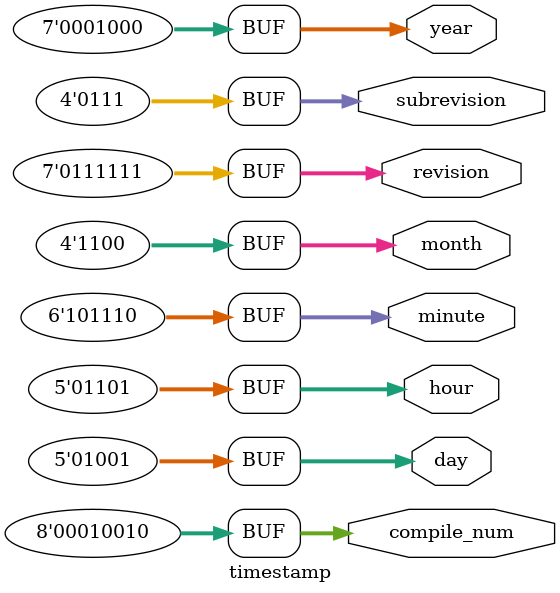
<source format=v>
module timestamp (compile_num, revision, subrevision, year, month, day, hour, minute);
  output [6:0] revision;
  output [3:0] subrevision;
  output [6:0] year;
  output [3:0] month;
  output [4:0] day;
  output [4:0] hour;
  output [5:0] minute;
  output [7:0] compile_num;
 
  //time_baseten = 08 12 09 13 46
 
  assign compile_num = 8'd786;
  assign revision = 7'd63;
  assign subrevision = 4'd7;
  assign year = 7'd08;
  assign month = 4'd12;
  assign day = 5'd09;
  assign hour = 5'd13;
  assign minute = 6'd46;
    
endmodule

</source>
